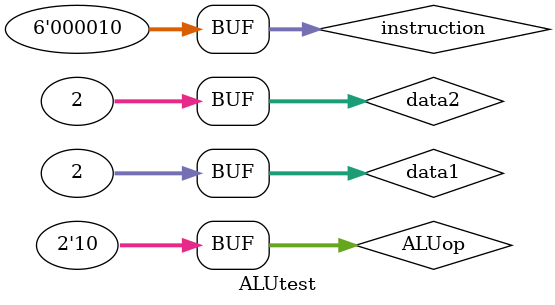
<source format=v>
`timescale 1ns / 1ps


module ALUtest;

	
	// Inputs
	reg [5:0] instruction;
	reg [31:0] data1;
	reg [31:0] data2;
	reg [1:0] ALUop;

	// Outputs
	wire zero;
	wire [31:0] result;

	// Instantiate the Unit Under Test (UUT)
	ALUwithControl uut (
		.instruction(instruction), 
		.data1(data1), 
		.data2(data2), 
		.ALUop(ALUop), 
		.zero(zero), 
		.result(result)
	);

	initial begin
		// Initialize Inputs
		instruction = 0;
		data1 = 2;
		data2 = 2;
		ALUop = 2'b00;

		// Wait 100 ns for global reset to finish
		#100;
		instruction = 0;
		data1 = 2;
		data2 = 2;
		ALUop = 2'b01;
      
		#100;
		instruction = 4'b0000;
		data1 = 2;
		data2 = 2;
		ALUop = 2'b10;

		#100;
		instruction = 4'b0010;
		data1 = 2;
		data2 = 2;
		ALUop = 2'b10;
		// Add stimulus here

	end
      
endmodule


</source>
